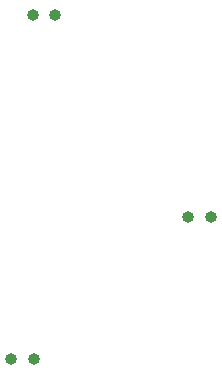
<source format=gbr>
%TF.GenerationSoftware,KiCad,Pcbnew,9.0.0*%
%TF.CreationDate,2025-04-14T10:39:46-04:00*%
%TF.ProjectId,rightPCB,72696768-7450-4434-922e-6b696361645f,rev?*%
%TF.SameCoordinates,Original*%
%TF.FileFunction,Paste,Top*%
%TF.FilePolarity,Positive*%
%FSLAX46Y46*%
G04 Gerber Fmt 4.6, Leading zero omitted, Abs format (unit mm)*
G04 Created by KiCad (PCBNEW 9.0.0) date 2025-04-14 10:39:46*
%MOMM*%
%LPD*%
G01*
G04 APERTURE LIST*
%ADD10O,1.000000X1.000000*%
G04 APERTURE END LIST*
D10*
%TO.C,SW8*%
X217965800Y-78021100D03*
X216060800Y-78021100D03*
%TD*%
%TO.C,SW7*%
X231152500Y-95174100D03*
X229247500Y-95174100D03*
%TD*%
%TO.C,SW6*%
X216153800Y-107175600D03*
X214248800Y-107175600D03*
%TD*%
M02*

</source>
